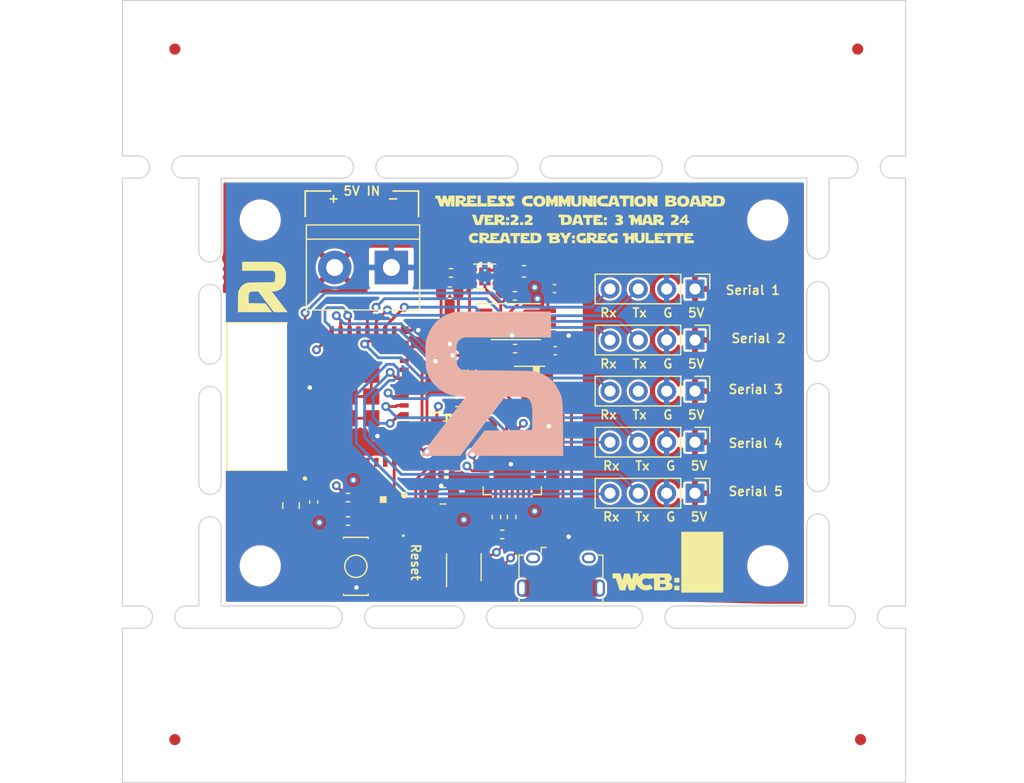
<source format=kicad_pcb>
(kicad_pcb (version 20211014) (generator pcbnew)
  (title_block (title "R2 Droid Gateway") (date "2023-07-06") (rev "1.1") (company "Created by: Greg Hulette") (comment 1 "- Creates WiFi Network for Remote Web Access") (comment 2 "- WiFi to LoRa Bridge") (comment 3 "- Buttons for Master Relay"))
  (layers (0 "F.Cu" signal) (1 "In1.Cu" signal) (2 "In2.Cu" signal) (31 "B.Cu" signal) (34 "B.Paste" user) (35 "F.Paste" user) (36 "B.SilkS" user "B.Silkscreen") (37 "F.SilkS" user "F.Silkscreen") (38 "B.Mask" user) (39 "F.Mask" user) (44 "Edge.Cuts" user))
  (net 0 "")
  (net 1 "+3V3")
  (net 2 "GND")
  (net 3 "RESET")
  (net 4 "Net-(C6-Pad2)")
  (net 5 "VBUS")
  (net 6 "+5V")
  (net 7 "Net-(D1-PadA)")
  (net 8 "USB_DP")
  (net 9 "USB_DN")
  (net 11 "unconnected-(J1-Pad6)")
  (net 13 "Net-(L2-Pad3)")
  (net 14 "DTR")
  (net 15 "RTS")
  (net 16 "GPIO0")
  (net 17 "Net-(R2-Pad1)")
  (net 18 "RXD0")
  (net 19 "Net-(R3-Pad1)")
  (net 20 "TXD0")
  (net 21 "Net-(R4-Pad2)")
  (net 22 "Net-(R6-Pad1)")
  (net 23 "Net-(R9-Pad1)")
  (net 25 "STATUS_LED_DATA")
  (net 59 "RX4")
  (net 60 "TX4")
  (net 61 "RX5")
  (net 62 "TX5")
  (net 63 "TX3")
  (net 64 "RX3")
  (net 65 "TX2")
  (net 66 "RX2")
  (net 67 "TX1")
  (net 68 "RX1")
  (footprint "Connector_PinHeader_2.54mm:PinHeader_1x04_P2.54mm_Vertical" (layer "F.Cu") (at 147.974 102.259 -90)
    (fp_text reference "J4")
    (fp_text value "Conn_01x04" hide)
  )
  (footprint "Resistor_SMD:R_0402_1005Metric" (layer "F.Cu") (at 130.692 119.684 180)
    (fp_text reference "R4")
    (fp_text value "22.1K" hide)
  )
  (footprint "Custom:SOT65P230X110-6N" (layer "F.Cu") (at 125.883 109.986)
    (fp_text reference "Q2")
    (fp_text value "UMH3N" hide)
  )
  (footprint "Custom:mouse-bite-2mm-slot" (layer "F.Cu") (at 159 96.012 90)
    (fp_text reference "mouse-bite-2mm-slot" hide)
    (fp_text value "VAL**" hide)
    (fp_arc (start -2 -1) (mid -1 0) (end -2 1) (layer "Edge.Cuts") (width 0.1))
    (fp_arc (start 2 1) (mid 1 0) (end 2 -1) (layer "Edge.Cuts") (width 0.1))
  )
  (footprint "Capacitor_SMD:C_0402_1005Metric" (layer "F.Cu") (at 126.634 107.858)
    (fp_text reference "C3")
    (fp_text value ".1uF" hide)
  )
  (footprint "Resistor_SMD:R_0402_1005Metric" (layer "F.Cu") (at 131.538 118.124 -90)
    (fp_text reference "R6")
    (fp_text value "1K" hide)
  )
  (footprint "Package_SO:TSSOP-8_4.4x3mm_P0.65mm" (layer "F.Cu") (at 131.92 100.614)
    (fp_text reference "U4")
    (fp_text value "TPS2115APW" hide)
  )
  (footprint "Custom:mouse-bite-2mm-slot" (layer "F.Cu") (at 100.342 127.1)
    (fp_text reference "mouse-bite-2mm-slot" hide)
    (fp_text value "VAL**" hide)
    (fp_arc (start -2 -1) (mid -1 0) (end -2 1) (layer "Edge.Cuts") (width 0.1))
    (fp_arc (start 2 1) (mid 1 0) (end 2 -1) (layer "Edge.Cuts") (width 0.1))
  )
  (footprint "Capacitor_SMD:C_0805_2012Metric" (layer "F.Cu") (at 125.63 101.252)
    (fp_text reference "C8")
    (fp_text value "10uF" hide)
  )
  (footprint "TerminalBlock:TerminalBlock_bornier-2_P5.08mm" (layer "F.Cu") (at 120.754 95.752 180)
    (fp_text reference "J2")
    (fp_text value "Power In" hide)
  )
  (footprint "MountingHole:MountingHole_3.2mm_M3" (layer "F.Cu") (at 109 91.5)
    (fp_text reference "REF**" hide)
    (fp_text value "MountingHole_3.2mm_M3" hide)
  )
  (footprint "Custom:mouse-bite-2mm-slot" (layer "F.Cu") (at 117.36 127.1)
    (fp_text reference "mouse-bite-2mm-slot" hide)
    (fp_text value "VAL**" hide)
    (fp_arc (start 2 1) (mid 1 0) (end 2 -1) (layer "Edge.Cuts") (width 0.1))
    (fp_arc (start -2 -1) (mid -1 0) (end -2 1) (layer "Edge.Cuts") (width 0.1))
  )
  (footprint "Custom:mouse-bite-2mm-slot" (layer "F.Cu") (at 144.284 127.1)
    (fp_text reference "mouse-bite-2mm-slot" hide)
    (fp_text value "VAL**" hide)
    (fp_arc (start 2 1) (mid 1 0) (end 2 -1) (layer "Edge.Cuts") (width 0.1))
    (fp_arc (start -2 -1) (mid -1 0) (end -2 1) (layer "Edge.Cuts") (width 0.1))
  )
  (footprint "Fiducial:Fiducial_1mm_Mask2mm" (layer "F.Cu") (at 101.346 138.075)
    (fp_text reference "REF**" hide)
    (fp_text value "Fiducial_1mm_Mask2mm" hide)
  )
  (footprint "Resistor_SMD:R_0402_1005Metric" (layer "F.Cu") (at 130.172 118.124 -90)
    (fp_text reference "R5")
    (fp_text value "47.5K" hide)
  )
  (footprint "Custom:mouse-bite-2mm-slot" (layer "F.Cu") (at 104.5 96.266 90)
    (fp_text reference "mouse-bite-2mm-slot" hide)
    (fp_text value "VAL**" hide)
    (fp_arc (start -2 -1) (mid -1 0) (end -2 1) (layer "Edge.Cuts") (width 0.1))
    (fp_arc (start 2 1) (mid 1 0) (end 2 -1) (layer "Edge.Cuts") (width 0.1))
  )
  (footprint "Capacitor_SMD:C_0805_2012Metric" (layer "F.Cu") (at 125.378 116.22 180)
    (fp_text reference "C4")
    (fp_text value "4.7uF" hide)
  )
  (footprint "Custom:mouse-bite-2mm-slot" (layer "F.Cu") (at 163.576 86.75)
    (fp_text reference "mouse-bite-2mm-slot" hide)
    (fp_text value "VAL**" hide)
    (fp_arc (start 2 1) (mid 1 0) (end 2 -1) (layer "Edge.Cuts") (width 0.1))
    (fp_arc (start -2 -1) (mid -1 0) (end -2 1) (layer "Edge.Cuts") (width 0.1))
  )
  (footprint "Custom:mouse-bite-2mm-slot" (layer "F.Cu") (at 104.5 105.41 -90)
    (fp_text reference "mouse-bite-2mm-slot" hide)
    (fp_text value "VAL**" hide)
    (fp_arc (start -2 -1) (mid -1 0) (end -2 1) (layer "Edge.Cuts") (width 0.1))
    (fp_arc (start 2 1) (mid 1 0) (end 2 -1) (layer "Edge.Cuts") (width 0.1))
  )
  (footprint "Resistor_SMD:R_0402_1005Metric" (layer "F.Cu") (at 126.908 105.116 90)
    (fp_text reference "R2")
    (fp_text value "1K" hide)
  )
  (footprint "Custom:mouse-bite-2mm-slot" (layer "F.Cu") (at 133.096 86.75)
    (fp_text reference "mouse-bite-2mm-slot" hide)
    (fp_text value "VAL**" hide)
    (fp_arc (start 2 1) (mid 1 0) (end 2 -1) (layer "Edge.Cuts") (width 0.1))
    (fp_arc (start -2 -1) (mid -1 0) (end -2 1) (layer "Edge.Cuts") (width 0.1))
  )
  (footprint "Resistor_SMD:R_0402_1005Metric" (layer "F.Cu") (at 116.86 116.382 180)
    (fp_text reference "R16")
    (fp_text value "470" hide)
  )
  (footprint "MountingHole:MountingHole_3.2mm_M3" (layer "F.Cu") (at 154.5 122.5)
    (fp_text reference "REF**" hide)
    (fp_text value "MountingHole_3.2mm_M3" hide)
  )
  (footprint "Fiducial:Fiducial_1mm_Mask2mm" (layer "F.Cu") (at 101.346 76.175)
    (fp_text reference "REF**" hide)
    (fp_text value "Fiducial_1mm_Mask2mm" hide)
  )
  (footprint "Custom:mouse-bite-2mm-slot" (layer "F.Cu") (at 146.05 86.75)
    (fp_text reference "mouse-bite-2mm-slot" hide)
    (fp_text value "VAL**" hide)
    (fp_arc (start -2 -1) (mid -1 0) (end -2 1) (layer "Edge.Cuts") (width 0.1))
    (fp_arc (start 2 1) (mid 1 0) (end 2 -1) (layer "Edge.Cuts") (width 0.1))
  )
  (footprint "Custom:MODULE_ESP32-PICO-MINI-02" (layer "F.Cu") (at 117.007 107.32 90)
    (fp_text reference "U1")
    (fp_text value "ESP32-PICO-MINI-02" hide)
  )
  (footprint "Custom:mouse-bite-2mm-slot" (layer "F.Cu") (at 159 105.156 -90)
    (fp_text reference "mouse-bite-2mm-slot" hide)
    (fp_text value "VAL**" hide)
    (fp_arc (start 2 1) (mid 1 0) (end 2 -1) (layer "Edge.Cuts") (width 0.1))
    (fp_arc (start -2 -1) (mid -1 0) (end -2 1) (layer "Edge.Cuts") (width 0.1))
  )
  (footprint "Connector_PinHeader_2.54mm:PinHeader_1x04_P2.54mm_Vertical" (layer "F.Cu") (at 147.974 106.836 -90)
    (fp_text reference "J5")
    (fp_text value "Conn_01x04" hide)
  )
  (footprint "Capacitor_SMD:C_0402_1005Metric" (layer "F.Cu") (at 135.444 103.216)
    (fp_text reference "C12")
    (fp_text value ".1uF" hide)
  )
  (footprint "Custom:mouse-bite-2mm-slot" (layer "F.Cu") (at 100.076 86.75)
    (fp_text reference "mouse-bite-2mm-slot" hide)
    (fp_text value "VAL**" hide)
    (fp_arc (start -2 -1) (mid -1 0) (end -2 1) (layer "Edge.Cuts") (width 0.1))
    (fp_arc (start 2 1) (mid 1 0) (end 2 -1) (layer "Edge.Cuts") (width 0.1))
  )
  (footprint "Connector_PinHeader_2.54mm:PinHeader_1x04_P2.54mm_Vertical" (layer "F.Cu") (at 147.974 115.99 -90)
    (fp_text reference "J7")
    (fp_text value "Conn_01x04" hide)
  )
  (footprint "MountingHole:MountingHole_3.2mm_M3" (layer "F.Cu") (at 109 122.5)
    (fp_text reference "REF**" hide)
    (fp_text value "MountingHole_3.2mm_M3" hide)
  )
  (footprint "Capacitor_SMD:C_0603_1608Metric" (layer "F.Cu") (at 125.988 98.012)
    (fp_text reference "C6")
    (fp_text value "1uF" hide)
  )
  (footprint "Fiducial:Fiducial_1mm_Mask2mm" (layer "F.Cu") (at 162.56 76.175)
    (fp_text reference "REF**" hide)
    (fp_text value "Fiducial_1mm_Mask2mm" hide)
  )
  (footprint "Custom:mouse-bite-2mm-slot" (layer "F.Cu") (at 163.334 127.1)
    (fp_text reference "mouse-bite-2mm-slot" hide)
    (fp_text value "VAL**" hide)
    (fp_arc (start -2 -1) (mid -1 0) (end -2 1) (layer "Edge.Cuts") (width 0.1))
    (fp_arc (start 2 1) (mid 1 0) (end 2 -1) (layer "Edge.Cuts") (width 0.1))
  )
  (footprint "Resistor_SMD:R_0402_1005Metric" (layer "F.Cu") (at 131.85 103.028)
    (fp_text reference "R9")
    (fp_text value "402" hide)
  )
  (footprint "Connector_PinHeader_2.54mm:PinHeader_1x04_P2.54mm_Vertical" (layer "F.Cu") (at 147.974 111.413 -90)
    (fp_text reference "J6")
    (fp_text value "Conn_01x04" hide)
  )
  (footprint "Custom:mouse-bite-2mm-slot" (layer "F.Cu") (at 159 116.84 90)
    (fp_text reference "mouse-bite-2mm-slot" hide)
    (fp_text value "VAL**" hide)
    (fp_arc (start 2 1) (mid 1 0) (end 2 -1) (layer "Edge.Cuts") (width 0.1))
    (fp_arc (start -2 -1) (mid -1 0) (end -2 1) (layer "Edge.Cuts") (width 0.1))
  )
  (footprint "Capacitor_SMD:C_0402_1005Metric" (layer "F.Cu") (at 113.796 116.79 -90)
    (fp_text reference "C2")
    (fp_text value ".1uF" hide)
  )
  (footprint "Resistor_SMD:R_0402_1005Metric" (layer "F.Cu") (at 127.978 105.088 90)
    (fp_text reference "R3")
    (fp_text value "1K" hide)
  )
  (footprint "Fiducial:Fiducial_1mm_Mask2mm" (layer "F.Cu") (at 162.814 138.075)
    (fp_text reference "REF**" hide)
    (fp_text value "Fiducial_1mm_Mask2mm" hide)
  )
  (footprint "Capacitor_SMD:C_0805_2012Metric" (layer "F.Cu") (at 111.76 117.094 -90)
    (fp_text reference "C1")
    (fp_text value "10uF" hide)
  )
  (footprint "Connector_USB:USB_Micro-B_Amphenol_10118194_Horizontal" (layer "F.Cu") (at 135.956 123.194)
    (fp_text reference "J1")
    (fp_text value "USB_B_Micro" hide)
  )
  (footprint "Custom:WS2812B-2020" (layer "F.Cu") (at 120.022 117.157)
    (fp_text reference "L2")
    (fp_text value "WS2812B-2020" hide)
  )
  (footprint "MountingHole:MountingHole_3.2mm_M3" (layer "F.Cu") (at 154.5 91.5)
    (fp_text reference "REF**" hide)
    (fp_text value "MountingHole_3.2mm_M3" hide)
  )
  (footprint "Capacitor_SMD:C_0402_1005Metric" (layer "F.Cu") (at 135.386 97.642)
    (fp_text reference "C9")
    (fp_text value ".1uF" hide)
  )
  (footprint "Custom:mouse-bite-2mm-slot" (layer "F.Cu") (at 118.364 86.75)
    (fp_text reference "mouse-bite-2mm-slot" hide)
    (fp_text value "VAL**" hide)
    (fp_arc (start -2 -1) (mid -1 0) (end -2 1) (layer "Edge.Cuts") (width 0.1))
    (fp_arc (start 2 1) (mid 1 0) (end 2 -1) (layer "Edge.Cuts") (width 0.1))
  )
  (footprint "Capacitor_SMD:C_0402_1005Metric" (layer "F.Cu") (at 125.696 114.304 180)
    (fp_text reference "C5")
    (fp_text value ".1uF" hide)
  )
  (footprint "Package_DFN_QFN:QFN-28-1EP_5x5mm_P0.5mm_EP3.35x3.35mm" (layer "F.Cu") (at 131.592 113.51)
    (fp_text reference "U2")
    (fp_text value "CP2102N-A02-GQFN28" hide)
  )
  (footprint "Connector_PinHeader_2.54mm:PinHeader_1x04_P2.54mm_Vertical" (layer "F.Cu") (at 147.974 97.682 -90)
    (fp_text reference "J3")
    (fp_text value "Conn_01x04" hide)
  )
  (footprint "Package_TO_SOT_SMD:SOT-143" (layer "F.Cu") (at 127.25 122.618 90)
    (fp_text reference "D2")
    (fp_text value "SP0503BAHTG" hide)
  )
  (footprint "Capacitor_SMD:C_0603_1608Metric" (layer "F.Cu") (at 132.654 96.098 180)
    (fp_text reference "C7")
    (fp_text value "1uF" hide)
  )
  (footprint "Custom:SOD3716X135N" (layer "F.Cu") (at 133.1485 105.4145 180)
    (fp_text reference "D1")
    (fp_text value "B5819W-TP" hide)
  )
  (footprint "Logos:WCBNumberv2" (layer "F.Cu") (at 145.542 122.174)
    (fp_text reference "G***" hide)
    (fp_text value "LOGO" hide)
  )
  (footprint "Resistor_SMD:R_0402_1005Metric" (layer "F.Cu") (at 131.826 98.298)
    (fp_text reference "R7")
    (fp_text value "10K" hide)
  )
  (footprint "Custom:mouse-bite-2mm-slot" (layer "F.Cu") (at 128.282 127.1)
    (fp_text reference "mouse-bite-2mm-slot" hide)
    (fp_text value "VAL**" hide)
    (fp_arc (start 2 1) (mid 1 0) (end 2 -1) (layer "Edge.Cuts") (width 0.1))
    (fp_arc (start -2 -1) (mid -1 0) (end -2 1) (layer "Edge.Cuts") (width 0.1))
  )
  (footprint "Package_SON:WSON-6-1EP_2x2mm_P0.65mm_EP1x1.6mm_ThermalVias" (layer "F.Cu") (at 129.134 96.558 180)
    (fp_text reference "U3")
    (fp_text value "LP5912-3.3DRV" hide)
  )
  (footprint "Resistor_SMD:R_0402_1005Metric" (layer "F.Cu") (at 126.108 96.238 180)
    (fp_text reference "R10")
    (fp_text value "402" hide)
  )
  (footprint "Resistor_SMD:R_0402_1005Metric" (layer "F.Cu") (at 116.866 118.484)
    (fp_text reference "R1")
    (fp_text value "10K" hide)
  )
  (footprint "Custom:mouse-bite-2mm-slot" (layer "F.Cu") (at 104.5 117.094 90)
    (fp_text reference "mouse-bite-2mm-slot" hide)
    (fp_text value "VAL**" hide)
    (fp_arc (start 2 1) (mid 1 0) (end 2 -1) (layer "Edge.Cuts") (width 0.1))
    (fp_arc (start -2 -1) (mid -1 0) (end -2 1) (layer "Edge.Cuts") (width 0.1))
  )
  (footprint "Logos:R2_Logo_V2" (layer "F.Cu") (at 109.22 97.854871)
    (fp_text reference "G***" hide)
    (fp_text value "LOGO" hide)
  )
  (footprint "Logos:WCBv2.2Logo" (layer "F.Cu") (at 137.668 91.44)
    (fp_text reference "G***" hide)
    (fp_text value "LOGO" hide)
  )
  (footprint "Custom:SW_TL3342F160QG" (layer "F.Cu") (at 117.5765 122.5425 180)
    (fp_text reference "S1")
    (fp_text value "TL3342F160QG" hide)
  )
  (footprint "Logos:r2logoLarge" (layer "B.Cu") (at 129.794 107.188 180)
    (fp_text reference "G***" hide)
    (fp_text value "LOGO" hide)
  )
  (gr_line (start 113.03 88.9) (end 115.316 88.9) (layer "F.SilkS") (width 0.15))
  (gr_line (start 113.03 91.186) (end 113.03 88.9) (layer "F.SilkS") (width 0.15))
  (gr_line (start 123.19 88.9) (end 123.19 91.186) (layer "F.SilkS") (width 0.15))
  (gr_line (start 120.904 88.9) (end 123.19 88.9) (layer "F.SilkS") (width 0.15))
  (gr_line (start 166.85 126.1) (end 165.334 126.1) (layer "Edge.Cuts") (width 0.1))
  (gr_line (start 160 94.012) (end 160 87.75) (layer "Edge.Cuts") (width 0.1))
  (gr_line (start 115.36 128.1) (end 102.342 128.1) (layer "Edge.Cuts") (width 0.1))
  (gr_line (start 148.05 85.75) (end 161.576 85.75) (layer "Edge.Cuts") (width 0.1))
  (gr_line (start 158 103.156) (end 158 98.012) (layer "Edge.Cuts") (width 0.1))
  (gr_line (start 160 103.156) (end 160 98.012) (layer "Edge.Cuts") (width 0.1))
  (gr_line (start 158 94.012) (end 158 87.75) (layer "Edge.Cuts") (width 0.1))
  (gr_line (start 160 126.1) (end 161.334 126.1) (layer "Edge.Cuts") (width 0.1))
  (gr_line (start 146.284 126.1) (end 158 126.1) (layer "Edge.Cuts") (width 0.1))
  (gr_line (start 126.282 128.1) (end 119.36 128.1) (layer "Edge.Cuts") (width 0.1))
  (gr_line (start 105.5 98.266) (end 105.5 103.41) (layer "Edge.Cuts") (width 0.1))
  (gr_line (start 103.5 119.094) (end 103.5 126.1) (layer "Edge.Cuts") (width 0.1))
  (gr_line (start 105.5 126.1) (end 115.36 126.1) (layer "Edge.Cuts") (width 0.1))
  (gr_line (start 144.05 87.75) (end 135.096 87.75) (layer "Edge.Cuts") (width 0.1))
  (gr_line (start 166.85 85.75) (end 165.576 85.75) (layer "Edge.Cuts") (width 0.1))
  (gr_line (start 120.364 85.75) (end 131.096 85.75) (layer "Edge.Cuts") (width 0.1))
  (gr_line (start 131.096 87.75) (end 120.364 87.75) (layer "Edge.Cuts") (width 0.1))
  (gr_line (start 98.076 87.75) (end 96.65 87.75) (layer "Edge.Cuts") (width 0.1))
  (gr_line (start 103.5 115.094) (end 103.5 107.41) (layer "Edge.Cuts") (width 0.1))
  (gr_line (start 161.334 128.1) (end 146.284 128.1) (layer "Edge.Cuts") (width 0.1))
  (gr_line (start 103.5 103.41) (end 103.5 98.266) (layer "Edge.Cuts") (width 0.1))
  (gr_line (start 105.5 119.094) (end 105.5 126.1) (layer "Edge.Cuts") (width 0.1))
  (gr_line (start 158 114.84) (end 158 107.156) (layer "Edge.Cuts") (width 0.1))
  (gr_line (start 166.85 141.925) (end 166.85 128.1) (layer "Edge.Cuts") (width 0.1))
  (gr_line (start 119.36 126.1) (end 126.282 126.1) (layer "Edge.Cuts") (width 0.1))
  (gr_line (start 142.284 128.1) (end 130.282 128.1) (layer "Edge.Cuts") (width 0.1))
  (gr_line (start 160 114.84) (end 160 107.156) (layer "Edge.Cuts") (width 0.1))
  (gr_line (start 96.65 141.925) (end 166.85 141.925) (layer "Edge.Cuts") (width 0.1))
  (gr_line (start 166.85 71.825) (end 166.85 85.75) (layer "Edge.Cuts") (width 0.1))
  (gr_line (start 102.342 126.1) (end 103.5 126.1) (layer "Edge.Cuts") (width 0.1))
  (gr_line (start 165.576 87.75) (end 166.85 87.75) (layer "Edge.Cuts") (width 0.1))
  (gr_line (start 96.65 85.75) (end 98.076 85.75) (layer "Edge.Cuts") (width 0.1))
  (gr_line (start 135.096 85.75) (end 144.05 85.75) (layer "Edge.Cuts") (width 0.1))
  (gr_line (start 102.076 87.75) (end 103.5 87.75) (layer "Edge.Cuts") (width 0.1))
  (gr_line (start 105.5 87.75) (end 105.5 94.266) (layer "Edge.Cuts") (width 0.1))
  (gr_line (start 96.65 128.1) (end 96.65 141.925) (layer "Edge.Cuts") (width 0.1))
  (gr_line (start 130.282 126.1) (end 142.284 126.1) (layer "Edge.Cuts") (width 0.1))
  (gr_line (start 166.85 128.1) (end 165.334 128.1) (layer "Edge.Cuts") (width 0.1))
  (gr_line (start 96.65 71.825) (end 166.85 71.825) (layer "Edge.Cuts") (width 0.1))
  (gr_line (start 98.342 128.1) (end 96.65 128.1) (layer "Edge.Cuts") (width 0.1))
  (gr_line (start 105.5 107.41) (end 105.5 115.094) (layer "Edge.Cuts") (width 0.1))
  (gr_line (start 166.85 87.75) (end 166.85 126.1) (layer "Edge.Cuts") (width 0.1))
  (gr_line (start 161.576 87.75) (end 160 87.75) (layer "Edge.Cuts") (width 0.1))
  (gr_line (start 116.364 85.75) (end 102.076 85.75) (layer "Edge.Cuts") (width 0.1))
  (gr_line (start 98.342 126.1) (end 96.65 126.1) (layer "Edge.Cuts") (width 0.1))
  (gr_line (start 160 118.84) (end 160 126.1) (layer "Edge.Cuts") (width 0.1))
  (gr_line (start 158 87.75) (end 148.05 87.75) (layer "Edge.Cuts") (width 0.1))
  (gr_line (start 96.65 71.825) (end 96.65 85.75) (layer "Edge.Cuts") (width 0.1))
  (gr_line (start 103.5 94.266) (end 103.5 87.75) (layer "Edge.Cuts") (width 0.1))
  (gr_line (start 158 126.1) (end 158 118.84) (layer "Edge.Cuts") (width 0.1))
  (gr_line (start 96.65 87.75) (end 96.65 126.1) (layer "Edge.Cuts") (width 0.1))
  (gr_line (start 116.364 87.75) (end 105.5 87.75) (layer "Edge.Cuts") (width 0.1))
  (gr_text "5V" (at 148.082 108.966) (layer "F.SilkS") (effects (font (size 0.8 0.8))))
  (gr_text "5V" (at 148.082 104.394) (layer "F.SilkS") (effects (font (size 0.8 0.8))))
  (gr_text "Rx" (at 140.208 108.966) (layer "F.SilkS") (effects (font (size 0.8 0.8))))
  (gr_text "5V IN" (at 118.11 88.9) (layer "F.SilkS") (effects (font (size 0.8 0.8))))
  (gr_text "Serial 4" (at 153.416 111.506) (layer "F.SilkS") (effects (font (size 0.8 0.8))))
  (gr_text "Tx" (at 143.256 113.538) (layer "F.SilkS") (effects (font (size 0.8 0.8))))
  (gr_text "Tx" (at 143.002 108.966) (layer "F.SilkS") (effects (font (size 0.8 0.8))))
  (gr_text "Tx" (at 143.002 104.394) (layer "F.SilkS") (effects (font (size 0.8 0.8))))
  (gr_text "5V" (at 148.082 99.822) (layer "F.SilkS") (effects (font (size 0.8 0.8))))
  (gr_text "G" (at 145.542 104.394) (layer "F.SilkS") (effects (font (size 0.8 0.8))))
  (gr_text "+" (at 115.57 89.662 180) (layer "F.SilkS") (effects (font (size 0.8 0.8))))
  (gr_text "Serial 5" (at 153.416 115.824) (layer "F.SilkS") (effects (font (size 0.8 0.8))))
  (gr_text "Rx" (at 140.462 113.538) (layer "F.SilkS") (effects (font (size 0.8 0.8))))
  (gr_text "5V" (at 148.336 113.538) (layer "F.SilkS") (effects (font (size 0.8 0.8))))
  (gr_text "Serial 3" (at 153.416 106.68) (layer "F.SilkS") (effects (font (size 0.8 0.8))))
  (gr_text "5V" (at 148.336 118.11) (layer "F.SilkS") (effects (font (size 0.8 0.8))))
  (gr_text "Tx" (at 143.002 99.822) (layer "F.SilkS") (effects (font (size 0.8 0.8))))
  (gr_text "-" (at 120.904 89.662 180) (layer "F.SilkS") (effects (font (size 0.8 0.8))))
  (gr_text "Rx" (at 140.208 104.394) (layer "F.SilkS") (effects (font (size 0.8 0.8))))
  (gr_text "G" (at 145.542 108.966) (layer "F.SilkS") (effects (font (size 0.8 0.8))))
  (gr_text "Serial 2" (at 153.67 102.108) (layer "F.SilkS") (effects (font (size 0.8 0.8))))
  (gr_text "Tx" (at 143.256 118.11) (layer "F.SilkS") (effects (font (size 0.8 0.8))))
  (gr_text "G" (at 145.542 99.822) (layer "F.SilkS") (effects (font (size 0.8 0.8))))
  (gr_text "Rx" (at 140.462 118.11) (layer "F.SilkS") (effects (font (size 0.8 0.8))))
  (gr_text "G" (at 145.796 113.538) (layer "F.SilkS") (effects (font (size 0.8 0.8))))
  (gr_text "G" (at 145.796 118.11) (layer "F.SilkS") (effects (font (size 0.8 0.8))))
  (gr_text "Reset" (at 122.936 122.174 270) (layer "F.SilkS") (effects (font (size 0.8 0.8))))
  (gr_text "Rx" (at 140.208 99.822) (layer "F.SilkS") (effects (font (size 0.8 0.8))))
  (gr_text "Serial 1" (at 153.162 97.79) (layer "F.SilkS") (effects (font (size 0.8 0.8))))
  (segment (start 128.218 115.01) (end 127.718 114.51) (width 0.25) (layer "F.Cu") (net 1))
  (segment (start 129.142 114.51) (end 127.552 114.51) (width 0.25) (layer "F.Cu") (net 1))
  (segment (start 126.382 114.51) (end 126.176 114.304) (width 0.25) (layer "F.Cu") (net 1))
  (segment (start 127.552 114.51) (end 126.382 114.51) (width 0.25) (layer "F.Cu") (net 1))
  (segment (start 129.142 115.01) (end 128.218 115.01) (width 0.25) (layer "F.Cu") (net 1))
  (segment (start 127.718 114.51) (end 127.552 114.51) (width 0.25) (layer "F.Cu") (net 1))
  (via (at 117.348 114.808) (size 0.8) (drill 0.4) (layers "F.Cu" "B.Cu") (net 1))
  (via (at 134.874 109.982) (size 0.8) (drill 0.4) (layers "F.Cu" "B.Cu") (net 1))
  (via (at 133.604 117.602) (size 0.8) (drill 0.4) (layers "F.Cu" "B.Cu") (net 1))
  (via (at 127.254 118.364) (size 0.8) (drill 0.4) (layers "F.Cu" "B.Cu") (net 1))
  (via (at 133.604 97.536) (size 0.8) (drill 0.4) (layers "F.Cu" "B.Cu") (net 1))
  (via (at 125.984 102.616) (size 0.8) (drill 0.4) (layers "F.Cu" "B.Cu") (net 1))
  (via (at 114.3 118.618) (size 0.8) (drill 0.4) (layers "F.Cu" "B.Cu") (net 1))
  (via (at 133.858 98.552) (size 0.8) (drill 0.4) (layers "F.Cu" "B.Cu") (net 1))
  (segment (start 117.007 109.27) (end 115.057 109.27) (width 0.25) (layer "F.Cu") (net 2))
  (segment (start 129.9215 96.008) (end 130.0215 95.908) (width 0.25) (layer "F.Cu") (net 2))
  (segment (start 113.444 106.52) (end 114.257 106.52) (width 0.25) (layer "F.Cu") (net 2))
  (segment (start 128.46552 110.386192) (end 128.46552 109.20952) (width 0.25) (layer "F.Cu") (net 2))
  (segment (start 112.776 124.206) (end 113.0125 124.4425) (width 0.25) (layer "F.Cu") (net 2))
  (segment (start 131.4415 94.488) (end 130.0215 95.908) (width 0.25) (layer "F.Cu") (net 2))
  (segment (start 131.589328 113.51) (end 128.46552 110.386192) (width 0.25) (layer "F.Cu") (net 2))
  (segment (start 121.007 110.865) (end 121.007 112.673) (width 0.25) (layer "F.Cu") (net 2))
  (segment (start 129.0575 100.289) (end 130.089 100.289) (width 0.25) (layer "F.Cu") (net 2))
  (segment (start 118.957 107.32) (end 117.007 107.32) (width 0.25) (layer "F.Cu") (net 2))
  (segment (start 121.007 113.22) (end 121.007 116.477) (width 0.25) (layer "F.Cu") (net 2))
  (segment (start 115.057 107.32) (end 115.057 105.37) (width 0.25) (layer "F.Cu") (net 2))
  (segment (start 125.213 100.719) (end 124.68 101.252) (width 0.25) (layer "F.Cu") (net 2))
  (segment (start 135.866 97.63507) (end 135.866 97.642) (width 0.25) (layer "F.Cu") (net 2))
  (segment (start 125.222 98.003) (end 125.222 96.614) (width 0.25) (layer "F.Cu") (net 2))
  (segment (start 130.556 99.822) (end 130.556 99.03) (width 0.25) (layer "F.Cu") (net 2))
  (segment (start 112.776 120.904) (end 112.776 124.206) (width 0.25) (layer "F.Cu") (net 2))
  (segment (start 129.134 96.008) (end 129.9215 96.008) (width 0.25) (layer "F.Cu") (net 2))
  (segment (start 132.36 103.028) (end 132.36 102.642) (width 0.25) (layer "F.Cu") (net 2))
  (segment (start 130.556 99.03) (end 129.134 97.608) (width 0.25) (layer "F.Cu") (net 2))
  (segment (start 112.057 113.27) (end 113.757 113.27) (width 0.25) (layer "F.Cu") (net 2))
  (segment (start 113.0125 124.4425) (end 114.4265 124.4425) (width 0.25) (layer "F.Cu") (net 2))
  (segment (start 119.507 110.871) (end 121.007 112.371) (width 0.25) (layer "F.Cu") (net 2))
  (segment (start 130.089 100.289) (end 130.556 99.822) (width 0.25) (layer "F.Cu") (net 2))
  (segment (start 121.957 113.27) (end 121.057 113.27) (width 0.25) (layer "F.Cu") (net 2))
  (segment (start 118.957 109.27) (end 118.957 110.321) (width 0.25) (layer "F.Cu") (net 2))
  (segment (start 128.584 96.558) (end 129.134 97.108) (width 0.25) (layer "F.Cu") (net 2))
  (segment (start 125.476 120.142) (end 124.968 120.65) (width 0.25) (layer "F.Cu") (net 2))
  (segment (start 121.057 113.27) (end 121.007 113.22) (width 0.25) (layer "F.Cu") (net 2))
  (segment (start 125.222 96.614) (end 125.598 96.238) (width 0.25) (layer "F.Cu") (net 2))
  (segment (start 125.216 114.304) (end 125.216 115.322) (width 0.25) (layer "F.Cu") (net 2))
  (segment (start 125.213 98.012) (end 125.222 98.003) (width 0.25) (layer "F.Cu") (net 2))
  (segment (start 131.288 98.298) (end 130.556 99.03) (width 0.25) (layer "F.Cu") (net 2))
  (segment (start 121.007 112.371) (end 121.007 112.673) (width 0.25) (layer "F.Cu") (net 2))
  (segment (start 134.32893 96.098) (end 135.866 97.63507) (width 0.25) (layer "F.Cu") (net 2))
  (segment (start 121.007 112.673) (end 121.007 113.22) (width 0.25) (layer "F.Cu") (net 2))
  (segment (start 133.429 96.098) (end 134.32893 96.098) (width 0.25) (layer "F.Cu") (net 2))
  (segment (start 131.092 113.01) (end 131.469 113.387) (width 0.25) (layer "F.Cu") (net 2))
  (segment (start 124.968 120.65) (end 124.968 122.682) (width 0.25) (layer "F.Cu") (net 2))
  (segment (start 135.924 103.216) (end 136.652 102.488) (width 0.25) (layer "F.Cu") (net 2))
  (segment (start 115.057 105.37) (end 118.957 105.37) (width 0.25) (layer "F.Cu") (net 2))
  (segment (start 123.166 101.37) (end 121.957 101.37) (width 0.25) (layer "F.Cu") (net 2))
  (segment (start 128.46552 109.20952) (end 127.114 107.858) (width 0.25) (layer "F.Cu") (net 2))
  (segment (start 114.257 106.52) (end 115.057 107.32) (width 0.25) (layer "F.Cu") (net 2))
  (segment (start 112.107 106.52) (end 113.444 106.52) (width 0.25) (layer "F.Cu") (net 2))
  (segment (start 133.429 95.075) (end 132.842 94.488) (width 0.25) (layer "F.Cu") (net 2))
  (segment (start 125.216 115.322) (end 125.216 115.432) (width 0.25) (layer "F.Cu") (net 2))
  (segment (start 125.216 115.432) (end 124.428 116.22) (width 0.25) (layer "F.Cu") (net 2))
  (segment (start 120.7265 124.4425) (end 125.7555 124.4425) (width 0.25) (layer "F.Cu") (net 2))
  (segment (start 136.652 102.488) (end 136.652 101.854) (width 0.25) (layer "F.Cu") (net 2))
  (segment (start 112.057 101.37) (end 112.057 113.27) (width 0.25) (layer "F.Cu") (net 2))
  (segment (start 128.524 120.142) (end 125.476 120.142) (width 0.25) (layer "F.Cu") (net 2))
  (segment (start 124.562 101.37) (end 123.166 101.37) (width 0.25) (layer "F.Cu") (net 2))
  (segment (start 113.757 113.27) (end 113.807 113.22) (width 0.25) (layer "F.Cu") (net 2))
  (segment (start 128.2465 96.558) (end 128.584 96.558) (width 0.25) (layer "F.Cu") (net 2))
  (segment (start 131.316 98.298) (end 131.288 98.298) (width 0.25) (layer "F.Cu") (net 2))
  (segment (start 118.957 110.321) (end 119.507 110.871) (width 0.25) (layer "F.Cu") (net 2))
  (segment (start 111.76 118.044) (end 111.76 119.888) (width 0.25) (layer "F.Cu") (net 2))
  (segment (start 129.134 97.608) (end 129.134 97.108) (width 0.25) (layer "F.Cu") (net 2))
  (segment (start 118.957 109.27) (end 117.007 109.27) (width 0.25) (layer "F.Cu") (net 2))
  (segment (start 125.7555 124.4425) (end 126.48 123.718) (width 0.25) (layer "F.Cu") (net 2))
  (segment (start 132.842 94.488) (end 131.4415 94.488) (width 0.25) (layer "F.Cu") (net 2))
  (segment (start 115.057 109.27) (end 115.057 107.32) (width 0.25) (layer "F.Cu") (net 2))
  (segment (start 135.924 102.7305) (end 135.924 103.216) (width 0.25) (layer "F.Cu") (net 2))
  (segment (start 121.907 110.52) (end 121.352 110.52) (width 0.25) (layer "F.Cu") (net 2))
  (segment (start 121.007 116.477) (end 121.037 116.507) (width 0.25) (layer "F.Cu") (net 2))
  (segment (start 124.68 101.252) (end 124.562 101.37) (width 0.25) (layer "F.Cu") (net 2))
  (segment (start 121.352 110.52) (end 121.007 110.865) (width 0.25) (layer "F.Cu") (net 2))
  (segment (start 125.213 98.012) (end 125.213 100.719) (width 0.25) (layer "F.Cu") (net 2))
  (segment (start 112.534 117.27) (end 111.76 118.044) (width 0.25) (layer "F.Cu") (net 2))
  (segment (start 111.76 119.888) (end 112.776 120.904) (width 0.25) (layer "F.Cu") (net 2))
  (segment (start 126.004 123.718) (end 126.48 123.718) (width 0.25) (layer "F.Cu") (net 2))
  (segment (start 114.4265 124.4425) (end 117.6195 124.4425) (width 0.25) (layer "F.Cu") (net 2))
  (segment (start 118.957 105.37) (end 118.957 107.32) (width 0.25) (layer "F.Cu") (net 2))
  (segment (start 132.36 102.642) (end 131.572 101.854) (width 0.25) (layer "F.Cu") (net 2))
  (segment (start 113.796 117.27) (end 112.534 117.27) (width 0.25) (layer "F.Cu") (net 2))
  (segment (start 131.592 113.51) (end 131.589328 113.51) (width 0.25) (layer "F.Cu") (net 2))
  (segment (start 117.6195 124.4425) (end 120.7265 124.4425) (width 0.25) (layer "F.Cu") (net 2))
  (segment (start 137.256 120.492) (end 136.652 119.888) (width 0.25) (layer "F.Cu") (net 2))
  (segment (start 133.429 96.098) (end 133.429 95.075) (width 0.25) (layer "F.Cu") (net 2))
  (segment (start 130.172 118.634) (end 130.032 118.634) (width 0.25) (layer "F.Cu") (net 2))
  (segment (start 130.032 118.634) (end 128.524 120.142) (width 0.25) (layer "F.Cu") (net 2))
  (segment (start 124.968 122.682) (end 126.004 123.718) (width 0.25) (layer "F.Cu") (net 2))
  (segment (start 137.256 121.794) (end 137.256 120.492) (width 0.25) (layer "F.Cu") (net 2))
  (segment (start 131.469 113.387) (end 131.592 113.51) (width 0.25) (layer "F.Cu") (net 2))
  (segment (start 129.142 113.01) (end 131.092 113.01) (width 0.25) (layer "F.Cu") (net 2))
  (segment (start 134.7825 101.589) (end 135.924 102.7305) (width 0.25) (layer "F.Cu") (net 2))
  (via (at 136.652 101.854) (size 0.8) (drill 0.4) (layers "F.Cu" "B.Cu") (net 2))
  (via (at 113.444 106.52) (size 0.8) (drill 0.4) (layers "F.Cu" "B.Cu") (net 2))
  (via (at 119.507 110.871) (size 0.8) (drill 0.4) (layers "F.Cu" "B.Cu") (net 2))
  (via (at 131.469 113.387) (size 0.8) (drill 0.4) (layers "F.Cu" "B.Cu") (net 2))
  (via (at 123.166 101.37) (size 0.8) (drill 0.4) (layers "F.Cu" "B.Cu") (net 2))
  (via (at 125.216 115.322) (size 0.8) (drill 0.4) (layers "F.Cu" "B.Cu") (net 2))
  (via (at 117.6195 124.4425) (size 0.8) (drill 0.4) (layers "F.Cu" "B.Cu") (net 2))
  (via (at 131.572 101.854) (size 0.8) (drill 0.4) (layers "F.Cu" "B.Cu") (net 2))
  (via (at 136.652 119.888) (size 0.8) (drill 0.4) (layers "F.Cu" "B.Cu") (net 2))
  (segment (start 117.376 118.484) (end 117.764 118.872) (width 0.25) (layer "F.Cu") (net 3))
  (segment (start 120.7265 120.6425) (end 119.5345 120.6425) (width 0.25) (layer "F.Cu") (net 3))
  (segment (start 114.4265 120.6425) (end 115.2175 120.6425) (width 0.25) (layer "F.Cu") (net 3))
  (segment (start 119.831511 118.674489) (end 119.831511 115.259511) (width 0.25) (layer "F.Cu") (net 3))
  (segment (start 126.954022 113.03) (end 127.291489 112.692533) (width 0.25) (layer "F.Cu") (net 3))
  (segment (start 127.291489 112.692533) (end 127.291489 111.976511) (width 0.25) (layer "F.Cu") (net 3))
  (segment (start 121.863511 118.674489) (end 122.936 117.602) (width 0.25) (layer "F.Cu") (net 3))
  (segment (start 117.764 118.872) (end 119.634 118.872) (width 0.25) (layer "F.Cu") (net 3))
  (segment (start 127.291489 111.976511) (end 128.016 111.252) (width 0.25) (layer "F.Cu") (net 3))
  (segment (start 128.016 109.669978) (end 127.682022 109.336) (width 0.25) (layer "F.Cu") (net 3))
  (segment (start 118.607 114.035) (end 118.607 113.22) (width 0.25) (layer "F.Cu") (net 3))
  (segment (start 126.154 107.858) (end 126.154 108.557) (width 0.25) (layer "F.Cu") (net 3))
  (segment (start 124.714 113.03) (end 126.954022 113.03) (width 0.25) (layer "F.Cu") (net 3))
  (segment (start 126.154 108.557) (end 126.933 109.336) (width 0.25) (layer "F.Cu") (net 3))
  (segment (start 119.5345 120.6425) (end 117.376 118.484) (width 0.25) (layer "F.Cu") (net 3))
  (segment (start 119.634 118.872) (end 119.831511 118.674489) (width 0.25) (layer "F.Cu") (net 3))
  (segment (start 128.016 111.252) (end 128.016 109.669978) (width 0.25) (layer "F.Cu") (net 3))
  (segment (start 122.936 114.808) (end 124.714 113.03) (width 0.25) (layer "F.Cu") (net 3))
  (segment (start 119.831511 115.259511) (end 118.607 114.035) (width 0.25) (layer "F.Cu") (net 3))
  (segment (start 122.936 117.602) (end 122.936 114.808) (width 0.25) (layer "F.Cu") (net 3))
  (segment (start 115.2175 120.6425) (end 117.376 118.484) (width 0.25) (layer "F.Cu") (net 3))
  (segment (start 127.682022 109.336) (end 126.933 109.336) (width 0.25) (layer "F.Cu") (net 3))
  (segment (start 119.831511 118.674489) (end 121.863511 118.674489) (width 0.25) (layer "F.Cu") (net 3))
  (segment (start 132.588 101.092) (end 133.391 100.289) (width 0.25) (layer "F.Cu") (net 4))
  (segment (start 128.2465 97.208) (end 127.942 97.208) (width 0.25) (layer "F.Cu") (net 4))
  (segment (start 127.942 97.208) (end 127.508 96.774) (width 0.25) (layer "F.Cu") (net 4))
  (segment (start 127.508 96.774) (end 127.508 96.504977) (width 0.25) (layer "F.Cu") (net 4))
  (segment (start 127.762 102.108) (end 129.286 103.632) (width 0.25) (layer "F.Cu") (net 4))
  (segment (start 131.228141 103.886) (end 132.471859 103.886) (width 0.25) (layer "F.Cu") (net 4))
  (segment (start 126.763 98.012) (end 127.4425 98.012) (width 0.25) (layer "F.Cu") (net 4))
  (segment (start 126.948 95.908) (end 128.2465 95.908) (width 0.25) (layer "F.Cu") (net 4))
  (segment (start 132.471859 103.886) (end 132.95452 103.403339) (width 0.25) (layer "F.Cu") (net 4))
  (segment (start 132.95452 102.600802) (end 132.588 102.234282) (width 0.25) (layer "F.Cu") (net 4))
  (segment (start 129.286 103.632) (end 130.974141 103.632) (width 0.25) (layer "F.Cu") (net 4))
  (segment (start 127.762 97.6925) (end 127.762 102.108) (width 0.25) (layer "F.Cu") (net 4))
  (segment (start 126.763 98.012) (end 126.763 101.069) (width 0.25) (layer "F.Cu") (net 4))
  (segment (start 128.2465 97.208) (end 127.762 97.6925) (width 0.25) (layer "F.Cu") (net 4))
  (segment (start 127.508 96.504977) (end 128.104977 95.908) (width 0.25) (layer "F.Cu") (net 4))
  (segment (start 127.4425 98.012) (end 128.2465 97.208) (width 0.25) (layer "F.Cu") (net 4))
  (segment (start 132.95452 103.403339) (end 132.95452 102.600802) (width 0.25) (layer "F.Cu") (net 4))
  (segment (start 126.618 96.238) (end 126.948 95.908) (width 0.25) (layer "F.Cu") (net 4))
  (segment (start 132.588 102.234282) (end 132.588 101.092) (width 0.25) (layer "F.Cu") (net 4))
  (segment (start 126.763 101.069) (end 126.58 101.252) (width 0.25) (layer "F.Cu") (net 4))
  (segment (start 128.104977 95.908) (end 128.2465 95.908) (width 0.25) (layer "F.Cu") (net 4))
  (segment (start 130.974141 103.632) (end 131.228141 103.886) (width 0.25) (layer "F.Cu") (net 4))
  (segment (start 133.391 100.289) (end 134.7825 100.289) (width 0.25) (layer "F.Cu") (net 4))
  (segment (start 134.964 105.2373) (end 134.7868 105.4145) (width 0.25) (layer "F.Cu") (net 5))
  (segment (start 131.202 119.684) (end 134.824 119.684) (width 0.25) (layer "F.Cu") (net 5))
  (segment (start 130.048 106.172) (end 130.048 104.648) (width 0.25) (layer "F.Cu") (net 5))
  (segment (start 132.08 108.204) (end 130.048 106.172) (width 0.25) (layer "F.Cu") (net 5))
  (segment (start 136.144 118.364) (end 136.144 108.966) (width 0.25) (layer "F.Cu") (net 5))
  (segment (start 136.144 108.966) (end 135.382 108.204) (width 0.25) (layer "F.Cu") (net 5))
  (segment (start 133.35 101.602) (end 134.964 103.216) (width 0.25) (layer "F.Cu") (net 5))
  (segment (start 135.382 108.204) (end 132.08 108.204) (width 0.25) (layer "F.Cu") (net 5))
  (segment (start 130.048 104.648) (end 130.302 104.394) (width 0.25) (layer "F.Cu") (net 5))
  (segment (start 133.35 101.092) (end 133.35 101.602) (width 0.25) (layer "F.Cu") (net 5))
  (segment (start 133.503 100.939) (end 133.35 101.092) (width 0.25) (layer "F.Cu") (net 5))
  (segment (start 134.824 119.684) (end 136.144 118.364) (width 0.25) (layer "F.Cu") (net 5))
  (segment (start 133.6085 105.4145) (end 134.7868 105.4145) (width 0.25) (layer "F.Cu") (net 5))
  (segment (start 132.588 104.394) (end 133.6085 105.4145) (width 0.25) (layer "F.Cu") (net 5))
  (segment (start 134.7825 100.939) (end 133.503 100.939) (width 0.25) (layer "F.Cu") (net 5))
  (segment (start 130.302 104.394) (end 132.588 104.394) (width 0.25) (layer "F.Cu") (net 5))
  (segment (start 134.964 103.216) (end 134.964 105.2373) (width 0.25) (layer "F.Cu") (net 5))
  (segment (start 132.771 99.639) (end 131.471 100.939) (width 0.25) (layer "F.Cu") (net 6))
  (segment (start 134.7825 99.639) (end 132.771 99.639) (width 0.25) (layer "F.Cu") (net 6))
  (segment (start 136.398 98.298) (end 135.55507 98.298) (width 0.25) (layer "F.Cu") (net 6))
  (segment (start 136.906 97.79) (end 136.398 98.298) (width 0.25) (layer "F.Cu") (net 6))
  (segment (start 130.201 100.939) (end 129.0575 100.939) (width 0.25) (layer "F.Cu") (net 6))
  (segment (start 132.336 98.298) (end 132.336 98.804) (width 0.25) (layer "F.Cu") (net 6))
  (segment (start 134.7825 97.7655) (end 134.906 97.642) (width 0.25) (layer "F.Cu") (net 6))
  (segment (start 136.906 93.218) (end 136.906 97.79) (width 0.25) (layer "F.Cu") (net 6))
  (segment (start 131.471 100.939) (end 130.201 100.939) (width 0.25) (layer "F.Cu") (net 6))
  (segment (start 132.336 98.804) (end 130.201 100.939) (width 0.25) (layer "F.Cu") (net 6))
  (segment (start 134.906 97.642) (end 134.906 97.64893) (width 0.25) (layer "F.Cu") (net 6))
  (segment (start 134.7825 99.639) (end 134.7825 97.7655) (width 0.25) (layer "F.Cu") (net 6))
  (segment (start 135.55507 98.298) (end 134.906 97.64893) (width 0.25) (layer "F.Cu") (net 6))
  (segment (start 136.906 107.95) (end 136.398 107.442) (width 0.25) (layer "F.Cu") (net 7))
  (segment (start 139.446 122.936) (end 139.446 120.904) (width 0.25) (layer "F.Cu") (net 7))
  (segment (start 136.398 107.442) (end 132.588 107.442) (width 0.25) (layer "F.Cu") (net 7))
  (segment (start 132.588 107.442) (end 131.5102 106.3642) (width 0.25) (layer "F.Cu") (net 7))
  (segment (start 128.523511 123.394489) (end 133.399511 123.394489) (width 0.25) (layer "F.Cu") (net 7))
  (segment (start 133.399511 123.394489) (end 134.656 122.138) (width 0.25) (layer "F.Cu") (net 7))
  (segment (start 134.873 122.936) (end 139.446 122.936) (width 0.25) (layer "F.Cu") (net 7))
  (segment (start 134.656 122.138) (end 134.656 121.794) (width 0.25) (layer "F.Cu") (net 7))
  (segment (start 136.906 118.364) (end 136.906 107.95) (width 0.25) (layer "F.Cu") (net 7))
  (segment (start 139.446 120.904) (end 136.906 118.364) (width 0.25) (layer "F.Cu") (net 7))
  (segment (start 128.2 123.718) (end 128.523511 123.394489) (width 0.25) (layer "F.Cu") (net 7))
  (segment (start 134.656 121.794) (end 134.656 122.719) (width 0.25) (layer "F.Cu") (net 7))
  (segment (start 131.5102 106.3642) (end 131.5102 105.4145) (width 0.25) (layer "F.Cu") (net 7))
  (segment (start 134.656 122.719) (end 134.873 122.936) (width 0.25) (layer "F.Cu") (net 7))
  (segment (start 129.06652 113.43452) (end 128.654547 113.43452) (width 0.2) (layer "F.Cu") (net 8))
  (segment (start 128.654547 113.43452) (end 128.016 112.795973) (width 0.2) (layer "F.Cu") (net 8))
  (segment (start 130.95552 120.50448) (end 130.175 121.285) (width 0.2) (layer "F.Cu") (net 8))
  (segment (start 135.179 120.142) (end 132.588 120.142) (width 0.2) (layer "F.Cu") (net 8))
  (segment (start 129.942 121.518) (end 128.2 121.518) (width 0.2) (layer "F.Cu") (net 8))
  (segment (start 132.588 120.142) (end 132.22552 120.50448) (width 0.2) (layer "F.Cu") (net 8))
  (segment (start 135.956 121.794) (end 135.956 120.919) (width 0.2) (layer "F.Cu") (net 8))
  (segment (start 130.175 121.285) (end 129.942 121.518) (width 0.2) (layer "F.Cu") (net 8))
  (segment (start 135.956 120.919) (end 135.179 120.142) (width 0.2) (layer "F.Cu") (net 8))
  (segment (start 128.016 112.795973) (end 128.016 112.522) (width 0.2) (layer "F.Cu") (net 8))
  (segment (start 132.22552 120.50448) (end 130.95552 120.50448) (width 0.2) (layer "F.Cu") (net 8))
  (segment (start 129.142 113.51) (end 129.06652 113.43452) (width 0.2) (layer "F.Cu") (net 8))
  (via (at 130.175 121.285) (size 0.8) (drill 0.4) (layers "F.Cu" "B.Cu") (net 8))
  (via (at 128.016 112.522) (size 0.8) (drill 0.4) (layers "F.Cu" "B.Cu") (net 8))
  (segment (start 131.445 121.793) (end 130.720489 122.517511) (width 0.2) (layer "F.Cu") (net 9))
  (segment (start 127.299511 122.517511) (end 126.3 121.518) (width 0.2) (layer "F.Cu") (net 9))
  (segment (start 132.334 120.904) (end 131.445 121.793) (width 0.2) (layer "F.Cu") (net 9))
  (segment (start 135.206489 120.819489) (end 134.241 120.819489) (width 0.2) (layer "F.Cu") (net 9))
  (segment (start 135.306 121.794) (end 135.306 120.919) (width 0.2) (layer "F.Cu") (net 9))
  (segment (start 130.720489 122.517511) (end 127.299511 122.517511) (width 0.2) (layer "F.Cu") (net 9))
  (segment (start 135.306 120.919) (end 135.206489 120.819489) (width 0.2) (layer "F.Cu") (net 9))
  (segment (start 127.544 113.538) (end 127.526 113.556) (width 0.2) (layer "F.Cu") (net 9))
  (segment (start 134.241 120.819489) (end 134.156489 120.904) (width 0.2) (layer "F.Cu") (net 9))
  (segment (start 134.156489 120.904) (end 132.334 120.904) (width 0.2) (layer "F.Cu") (net 9))
  (segment (start 128.016 114.01) (end 127.544 113.538) (width 0.2) (layer "F.Cu") (net 9))
  (segment (start 129.142 114.01) (end 128.016 114.01) (width 0.2) (layer "F.Cu") (net 9))
  (via (at 127.526 113.556) (size 0.8) (drill 0.4) (layers "F.Cu" "B.Cu") (net 9))
  (via (at 131.445 121.793) (size 0.8) (drill 0.4) (layers "F.Cu" "B.Cu") (net 9))
  (segment (start 132.456 124.494) (end 139.456 124.494) (width 0.25) (layer "F.Cu") (net 11))
  (segment (start 119.007 116.507) (end 117.495 116.507) (width 0.25) (layer "F.Cu") (net 13))
  (segment (start 117.495 116.507) (end 117.37 116.382) (width 0.25) (layer "F.Cu") (net 13))
  (segment (start 130.092 111.06) (end 130.092 109.86907) (width 0.25) (layer "F.Cu") (net 14))
  (segment (start 123.952 109.982) (end 123.952 107.188) (width 0.25) (layer "F.Cu") (net 14))
  (segment (start 124.833 109.986) (end 123.956 109.986) (width 0.25) (layer "F.Cu") (net 14))
  (segment (start 130.092 109.86907) (end 127.15693 106.934) (width 0.25) (layer "F.Cu") (net 14))
  (segment (start 123.956 109.986) (end 123.952 109.982) (width 0.25) (layer "F.Cu") (net 14))
  (segment (start 127.15693 106.934) (end 124.206 106.934) (width 0.25) (layer "F.Cu") (net 14))
  (segment (start 126.256282 110.636) (end 125.606282 109.986) (width 0.25) (layer "F.Cu") (net 14))
  (segment (start 125.606282 109.986) (end 124.833 109.986) (width 0.25) (layer "F.Cu") (net 14))
  (segment (start 123.952 107.188) (end 124.206 106.934) (width 0.25) (layer "F.Cu") (net 14))
  (segment (start 126.933 110.636) (end 126.256282 110.636) (width 0.25) (layer "F.Cu") (net 14))
  (segment (start 125.592 109.336) (end 126.242 109.986) (width 0.25) (layer "F.Cu") (net 15))
  (segment (start 132.092 111.06) (end 132.092 110.224) (width 0.25) (layer "F.Cu") (net 15))
  (segment (start 124.833 109.336) (end 124.833 108.339) (width 0.25) (layer "F.Cu") (net 15))
  (segment (start 132.092 110.224) (end 132.588 109.728) (width 0.25) (layer "F.Cu") (net 15))
  (segment (start 124.833 108.339) (end 124.968 108.204) (width 0.25) (layer "F.Cu") (net 15))
  (segment (start 126.242 109.986) (end 126.933 109.986) (width 0.25) (layer "F.Cu") (net 15))
  (segment (start 124.833 109.336) (end 125.592 109.336) (width 0.25) (layer "F.Cu") (net 15))
  (via (at 124.968 108.204) (size 0.8) (drill 0.4) (layers "F.Cu" "B.Cu") (net 15))
  (via (at 132.588 109.728) (size 0.8) (drill 0.4) (layers "F.Cu" "B.Cu") (net 15))
  (segment (start 124.833 110.636) (end 123.970283 110.636) (width 0.25) (layer "F.Cu") (net 16))
  (segment (start 122.878 103.32) (end 121.907 103.32) (width 0.25) (layer "F.Cu") (net 16))
  (segment (start 123.50248 103.94448) (end 122.878 103.32) (width 0.25) (layer "F.Cu") (net 16))
  (segment (start 123.50248 110.168197) (end 123.50248 103.94448) (width 0.25) (layer "F.Cu") (net 16))
  (segment (start 123.970283 110.636) (end 123.50248 110.168197) (width 0.25) (layer "F.Cu") (net 16))
  (segment (start 131.092 111.06) (end 131.092 109.81) (width 0.25) (layer "F.Cu") (net 17))
  (segment (start 131.092 109.81) (end 126.908 105.626) (width 0.25) (layer "F.Cu") (net 17))
  (segment (start 117.007 101.42) (end 117.007 100.243) (width 0.25) (layer "F.Cu") (net 18))
  (segment (start 125.18 104.606) (end 124.714 104.14) (width 0.25) (layer "F.Cu") (net 18))
  (segment (start 126.908 104.606) (end 125.18 104.606) (width 0.25) (layer "F.Cu") (net 18))
  (segment (start 117.007 100.243) (end 116.84 100.076) (width 0.25) (layer "F.Cu") (net 18))
  (via (at 124.714 104.14) (size 0.8) (drill 0.4) (layers "F.Cu" "B.Cu") (net 18))
  (via (at 116.84 100.076) (size 0.8) (drill 0.4) (layers "F.Cu" "B.Cu") (net 18))
  (segment (start 115.57 101.346) (end 114.808 100.584) (width 0.25) (layer "B.Cu") (net 18))
  (segment (start 114.808 99.568) (end 115.024511 99.351489) (width 0.25) (layer "B.Cu") (net 18))
  (segment (start 116.84 99.822) (end 116.84 100.076) (width 0.25) (layer "B.Cu") (net 18))
  (segment (start 121.481669 101.346) (end 115.57 101.346) (width 0.25) (layer "B.Cu") (net 18))
  (segment (start 124.000678 103.865009) (end 121.481669 101.346) (width 0.25) (layer "B.Cu") (net 18))
  (segment (start 115.024511 99.351489) (end 116.369489 99.351489) (width 0.25) (layer "B.Cu") (net 18))
  (segment (start 116.369489 99.351489) (end 116.84 99.822) (width 0.25) (layer "B.Cu") (net 18))
  (segment (start 124.439009 103.865009) (end 124.000678 103.865009) (width 0.25) (layer "B.Cu") (net 18))
  (segment (start 114.808 100.584) (end 114.808 99.568) (width 0.25) (layer "B.Cu") (net 18))
  (segment (start 124.714 104.14) (end 124.439009 103.865009) (width 0.25) (layer "B.Cu") (net 18))
  (segment (start 131.592 111.06) (end 131.592 109.674282) (width 0.25) (layer "F.Cu") (net 19))
  (segment (start 131.592 109.674282) (end 127.978 106.060282) (width 0.25) (layer "F.Cu") (net 19))
  (segment (start 127.978 106.060282) (end 127.978 105.598) (width 0.25) (layer "F.Cu") (net 19))
  (segment (start 127.978 104.578) (end 127.032 103.632) (width 0.25) (layer "F.Cu") (net 20))
  (segment (start 116.207 101.42) (end 116.207 100.459) (width 0.25) (layer "F.Cu") (net 20))
  (segment (start 116.207 100.459) (end 115.824 100.076) (width 0.25) (layer "F.Cu") (net 20))
  (segment (start 127.032 103.632) (end 126.238 103.632) (width 0.25) (layer "F.Cu") (net 20))
  (via (at 126.238 103.632) (size 0.8) (drill 0.4) (layers "F.Cu" "B.Cu") (net 20))
  (via (at 115.824 100.076) (size 0.8) (drill 0.4) (layers "F.Cu" "B.Cu") (net 20))
  (segment (start 124.243489 103.415489) (end 126.021489 103.415489) (width 0.25) (layer "B.Cu") (net 20))
  (segment (start 121.628511 100.800511) (end 122.441489 101.613489) (width 0.25) (layer "B.Cu") (net 20))
  (segment (start 115.824 100.076) (end 115.824 100.084614) (width 0.25) (layer "B.Cu") (net 20))
  (segment (start 126.021489 103.415489) (end 126.238 103.632) (width 0.25) (layer "B.Cu") (net 20))
  (segment (start 122.441489 101.670103) (end 122.865897 102.094511) (width 0.25) (layer "B.Cu") (net 20))
  (segment (start 116.539897 100.800511) (end 121.628511 100.800511) (width 0.25) (layer "B.Cu") (net 20))
  (segment (start 115.824 100.084614) (end 116.539897 100.800511) (width 0.25) (layer "B.Cu") (net 20))
  (segment (start 122.865897 102.094511) (end 122.922511 102.094511) (width 0.25) (layer "B.Cu") (net 20))
  (segment (start 122.922511 102.094511) (end 124.243489 103.415489) (width 0.25) (layer "B.Cu") (net 20))
  (segment (start 122.441489 101.613489) (end 122.441489 101.670103) (width 0.25) (layer "B.Cu") (net 20))
  (segment (start 130.092 117.534) (end 130.092 115.96) (width 0.25) (layer "F.Cu") (net 21))
  (segment (start 130.81652 118.959339) (end 130.81652 118.25852) (width 0.25) (layer "F.Cu") (net 21))
  (segment (start 130.182 119.593859) (end 130.81652 118.959339) (width 0.25) (layer "F.Cu") (net 21))
  (segment (start 130.81652 118.25852) (end 130.172 117.614) (width 0.25) (layer "F.Cu") (net 21))
  (segment (start 130.182 119.684) (end 130.182 119.593859) (width 0.25) (layer "F.Cu") (net 21))
  (segment (start 130.172 117.614) (end 130.092 117.534) (width 0.25) (layer "F.Cu") (net 21))
  (segment (start 130.592 116.668) (end 131.538 117.614) (width 0.25) (layer "F.Cu") (net 22))
  (segment (start 130.592 115.96) (end 130.592 116.668) (width 0.25) (layer "F.Cu") (net 22))
  (segment (start 130.4965 103.028) (end 129.0575 101.589) (width 0.25) (layer "F.Cu") (net 23))
  (segment (start 131.34 103.028) (end 130.4965 103.028) (width 0.25) (layer "F.Cu") (net 23))
  (segment (start 116.35 116.382) (end 116.35 115.842) (width 0.25) (layer "F.Cu") (net 25))
  (segment (start 114.607 101.42) (end 114.607 102.563) (width 0.25) (layer "F.Cu") (net 25))
  (segment (start 114.607 102.563) (end 114.046 103.124) (width 0.25) (layer "F.Cu") (net 25))
  (segment (start 116.35 115.842) (end 115.824 115.316) (width 0.25) (layer "F.Cu") (net 25))
  (via (at 114.046 103.124) (size 0.8) (drill 0.4) (layers "F.Cu" "B.Cu") (net 25))
  (via (at 115.824 115.316) (size 0.8) (drill 0.4) (layers "F.Cu" "B.Cu") (net 25))
  (segment (start 120.256707 108.215627) (end 121.161373 108.215627) (width 0.25) (layer "F.Cu") (net 59))
  (segment (start 121.257 108.12) (end 121.907 108.12) (width 0.25) (layer "F.Cu") (net 59))
  (segment (start 121.161373 108.215627) (end 121.257 108.12) (width 0.25) (layer "F.Cu") (net 59))
  (via (at 120.256707 108.215627) (size 0.8) (drill 0.4) (layers "F.Cu" "B.Cu") (net 59))
  (segment (start 129.794 109.22) (end 131.987 111.413) (width 0.25) (layer "B.Cu") (net 59))
  (segment (start 121.26108 109.22) (end 129.794 109.22) (width 0.25) (layer "B.Cu") (net 59))
  (segment (start 120.256707 108.215627) (end 121.26108 109.22) (width 0.25) (layer "B.Cu") (net 59))
  (segment (start 131.987 111.413) (end 140.354 111.413) (width 0.25) (layer "B.Cu") (net 59))
  (segment (start 120.464158 107.002158) (end 120.782 107.32) (width 0.25) (layer "F.Cu") (net 60))
  (segment (start 120.782 107.32) (end 121.907 107.32) (width 0.25) (layer "F.Cu") (net 60))
  (via (at 120.464158 107.002158) (size 0.8) (drill 0.4) (layers "F.Cu" "B.Cu") (net 60))
  (segment (start 134.112 107.188) (end 136.144 109.22) (width 0.25) (layer "B.Cu") (net 60))
  (segment (start 124.206 107.188) (end 134.112 107.188) (width 0.25) (layer "B.Cu") (net 60))
  (segment (start 123.8885 107.5055) (end 124.206 107.188) (width 0.25) (layer "B.Cu") (net 60))
  (segment (start 120.9675 107.5055) (end 123.8885 107.5055) (width 0.25) (layer "B.Cu") (net 60))
  (segment (start 140.97 109.22) (end 140.97 109.489) (width 0.25) (layer "B.Cu") (net 60))
  (segment (start 136.144 109.22) (end 140.97 109.22) (width 0.25) (layer "B.Cu") (net 60))
  (segment (start 140.97 109.489) (end 142.894 111.413) (width 0.25) (layer "B.Cu") (net 60))
  (segment (start 120.464158 107.002158) (end 120.9675 107.5055) (width 0.25) (layer "B.Cu") (net 60))
  (segment (start 121.491999 108.92) (end 120.683999 109.728) (width 0.25) (layer "F.Cu") (net 61))
  (segment (start 120.683999 109.728) (end 120.65 109.728) (width 0.25) (layer "F.Cu") (net 61))
  (segment (start 121.907 108.92) (end 121.491999 108.92) (width 0.25) (layer "F.Cu") (net 61))
  (via (at 120.65 109.728) (size 0.8) (drill 0.4) (layers "F.Cu" "B.Cu") (net 61))
  (segment (start 120.950103 105.880511) (end 121.374511 105.456103) (width 0.25) (layer "B.Cu") (net 61))
  (segment (start 117.602 107.179386) (end 117.602 111.506) (width 0.25) (layer "B.Cu") (net 61))
  (segment (start 119.126 107.315718) (end 120.561207 105.880511) (width 0.25) (layer "B.Cu") (net 61))
  (segment (start 140.297489 116.046511) (end 140.354 115.99) (width 0.25) (layer "B.Cu") (net 61))
  (segment (start 120.950103 104.431489) (end 120.349897 104.431489) (width 0.25) (layer "B.Cu") (net 61))
  (segment (start 120.349897 104.431489) (end 117.602 107.179386) (width 0.25) (layer "B.Cu") (net 61))
  (segment (start 122.142511 116.046511) (end 140.297489 116.046511) (width 0.25) (layer "B.Cu") (net 61))
  (segment (start 120.561207 105.880511) (end 120.950103 105.880511) (width 0.25) (layer "B.Cu") (net 61))
  (segment (start 119.126 109.22) (end 119.126 107.315718) (width 0.25) (layer "B.Cu") (net 61))
  (segment (start 121.374511 105.456103) (end 121.374511 104.855897) (width 0.25) (layer "B.Cu") (net 61))
  (segment (start 119.634 109.728) (end 119.126 109.22) (width 0.25) (layer "B.Cu") (net 61))
  (segment (start 121.374511 104.855897) (end 120.950103 104.431489) (width 0.25) (layer "B.Cu") (net 61))
  (segment (start 120.65 109.728) (end 119.634 109.728) (width 0.25) (layer "B.Cu") (net 61))
  (segment (start 117.602 111.506) (end 122.142511 116.046511) (width 0.25) (layer "B.Cu") (net 61))
  (segment (start 121.214 105.72) (end 120.65 105.156) (width 0.25) (layer "F.Cu") (net 62))
  (segment (start 121.907 105.72) (end 121.214 105.72) (width 0.25) (layer "F.Cu") (net 62))
  (via (at 120.65 105.156) (size 0.8) (drill 0.4) (layers "F.Cu" "B.Cu") (net 62))
  (segment (start 118.364 110.998) (end 121.666 114.3) (width 0.25) (layer "B.Cu") (net 62))
  (segment (start 118.364 107.442) (end 118.364 110.998) (width 0.25) (layer "B.Cu") (net 62))
  (segment (start 120.65 105.156) (end 118.364 107.442) (width 0.25) (layer "B.Cu") (net 62))
  (segment (start 121.666 114.3) (end 141.204 114.3) (width 0.25) (layer "B.Cu") (net 62))
  (segment (start 141.204 114.3) (end 142.894 115.99) (width 0.25) (layer "B.Cu") (net 62))
  (segment (start 122.631511 109.995489) (end 122.631511 111.201511) (width 0.25) (layer "F.Cu") (net 63))
  (segment (start 121.907 109.72) (end 122.356022 109.72) (width 0.25) (layer "F.Cu") (net 63))
  (segment (start 122.356022 109.72) (end 122.631511 109.995489) (width 0.25) (layer "F.Cu") (net 63))
  (segment (start 123.698 112.268) (end 123.952 112.268) (width 0.25) (layer "F.Cu") (net 63))
  (segment (start 122.631511 111.201511) (end 123.698 112.268) (width 0.25) (layer "F.Cu") (net 63))
  (via (at 123.952 112.268) (size 0.8) (drill 0.4) (layers "F.Cu" "B.Cu") (net 63))
  (segment (start 118.618 102.362) (end 118.364 102.616) (width 0.25) (layer "F.Cu") (net 64))
  (segment (start 121.907 102.375) (end 121.92 102.362) (width 0.25) (layer "F.Cu") (net 64))
  (segment (start 121.907 102.52) (end 121.907 102.375) (width 0.25) (layer "F.Cu") (net 64))
  (segment (start 121.92 102.362) (end 118.618 102.362) (width 0.25) (layer "F.Cu") (net 64))
  (via (at 118.364 102.616) (size 0.8) (drill 0.4) (layers "F.Cu" "B.Cu") (net 64))
  (segment (start 123.444 105.664) (end 121.628511 103.848511) (width 0.25) (layer "B.Cu") (net 64))
  (segment (start 119.596511 103.848511) (end 118.364 102.616) (width 0.25) (layer "B.Cu") (net 64))
  (segment (start 121.628511 103.848511) (end 119.596511 103.848511) (width 0.25) (layer "B.Cu") (net 64))
  (segment (start 140.354 106.836) (end 139.182 105.664) (width 0.25) (layer "B.Cu") (net 64))
  (segment (start 139.182 105.664) (end 123.444 105.664) (width 0.25) (layer "B.Cu") (net 64))
  (segment (start 120.207 101.027) (end 121.92 99.314) (width 0.25) (layer "F.Cu") (net 65))
  (segment (start 120.207 101.42) (end 120.207 101.027) (width 0.25) (layer "F.Cu") (net 65))
  (via (at 121.92 99.314) (size 0.8) (drill 0.4) (layers "F.Cu" "B.Cu") (net 65))
  (segment (start 141.219 100.584) (end 142.894 102.259) (width 0.25) (layer "B.Cu") (net 65))
  (segment (start 121.92 99.314) (end 128.27 99.314) (width 0.25) (layer "B.Cu") (net 65))
  (segment (start 129.54 100.584) (end 141.219 100.584) (width 0.25) (layer "B.Cu") (net 65))
  (segment (start 128.27 99.314) (end 129.54 100.584) (width 0.25) (layer "B.Cu") (net 65))
  (segment (start 119.407 101.42) (end 119.407 100.557) (width 0.25) (layer "F.Cu") (net 66))
  (segment (start 119.407 100.557) (end 120.396 99.568) (width 0.25) (layer "F.Cu") (net 66))
  (via (at 120.396 99.568) (size 0.8) (drill 0.4) (layers "F.Cu" "B.Cu") (net 66))
  (segment (start 128.815489 101.129489) (end 139.224489 101.129489) (width 0.25) (layer "B.Cu") (net 66))
  (segment (start 139.224489 101.129489) (end 140.354 102.259) (width 0.25) (layer "B.Cu") (net 66))
  (segment (start 127.724511 100.038511) (end 128.815489 101.129489) (width 0.25) (layer "B.Cu") (net 66))
  (segment (start 120.396 99.568) (end 120.866511 100.038511) (width 0.25) (layer "B.Cu") (net 66))
  (segment (start 120.866511 100.038511) (end 127.724511 100.038511) (width 0.25) (layer "B.Cu") (net 66))
  (segment (start 118.607 101.42) (end 118.607 100.087) (width 0.25) (layer "F.Cu") (net 67))
  (segment (start 118.607 100.087) (end 119.38 99.314) (width 0.25) (layer "F.Cu") (net 67))
  (via (at 119.38 99.314) (size 0.8) (drill 0.4) (layers "F.Cu" "B.Cu") (net 67))
  (segment (start 140.5 100.076) (end 142.894 97.682) (width 0.25) (layer "B.Cu") (net 67))
  (segment (start 119.38 99.314) (end 120.142 98.552) (width 0.25) (layer "B.Cu") (net 67))
  (segment (start 129.286 98.552) (end 130.81 100.076) (width 0.25) (layer "B.Cu") (net 67))
  (segment (start 130.81 100.076) (end 140.5 100.076) (width 0.25) (layer "B.Cu") (net 67))
  (segment (start 120.142 98.552) (end 129.286 98.552) (width 0.25) (layer "B.Cu") (net 67))
  (segment (start 113.03 101.397) (end 113.007 101.42) (width 0.25) (layer "F.Cu") (net 68))
  (segment (start 113.03 99.822) (end 113.03 101.397) (width 0.25) (layer "F.Cu") (net 68))
  (via (at 113.03 99.822) (size 0.8) (drill 0.4) (layers "F.Cu" "B.Cu") (net 68))
  (segment (start 113.03 99.822) (end 114.808 98.044) (width 0.25) (layer "B.Cu") (net 68))
  (segment (start 138.722 99.314) (end 140.354 97.682) (width 0.25) (layer "B.Cu") (net 68))
  (segment (start 129.794 98.044) (end 131.064 99.314) (width 0.25) (layer "B.Cu") (net 68))
  (segment (start 114.808 98.044) (end 129.794 98.044) (width 0.25) (layer "B.Cu") (net 68))
  (segment (start 131.064 99.314) (end 138.722 99.314) (width 0.25) (layer "B.Cu") (net 68))
  (zone (net 1) (net_name "+3V3") (layer "F.Cu") (connect_pads (clearance 0)) (min_thickness 0.254) (fill yes (thermal_gap 0.508) (thermal_bridge_width 0.508))
    (polygon (pts (xy 137.16 120.396) (xy 130.81 120.396) (xy 130.81 125.476) (xy 105.918 125.476) (xy 105.918 98.552) (xy 123.952 98.552) (xy 123.952 94.742) (xy 137.16 94.742)))
  )
  (zone (net 6) (net_name "+5V") (layer "F.Cu") (connect_pads (clearance 0)) (min_thickness 0.254) (fill yes (thermal_gap 0.508) (thermal_bridge_width 0.508))
    (polygon (pts (xy 157.734 125.984) (xy 137.922 125.476) (xy 137.922 93.98) (xy 118.618 93.98) (xy 118.618 98.044) (xy 105.664 98.044) (xy 105.41 88.138) (xy 157.734 88.138)))
  )
  (zone (net 2) (net_name "GND") (layer "B.Cu") (connect_pads (clearance 0)) (min_thickness 0.254) (fill yes (thermal_gap 0.508) (thermal_bridge_width 0.508))
    (polygon (pts (xy 157.734 125.73) (xy 105.918 125.73) (xy 105.918 88.138) (xy 157.734 88.138)))
  )
)
</source>
